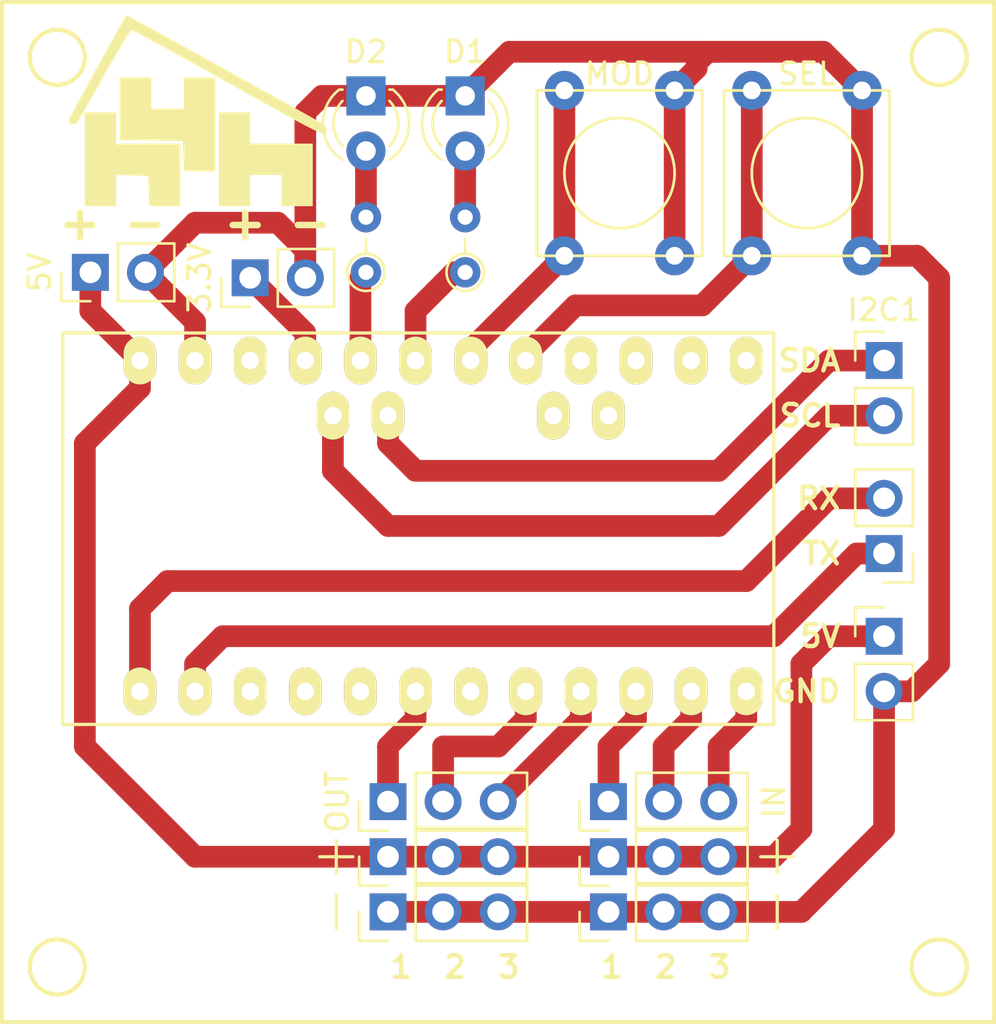
<source format=kicad_pcb>
(kicad_pcb (version 4) (host pcbnew 4.0.4+e1-6308~48~ubuntu14.04.1-stable)

  (general
    (links 51)
    (no_connects 1)
    (area 106.579999 69.749999 152.500001 116.940001)
    (thickness 1.6)
    (drawings 17)
    (tracks 108)
    (zones 0)
    (modules 21)
    (nets 30)
  )

  (page A4)
  (layers
    (0 F.Cu signal)
    (31 B.Cu signal)
    (32 B.Adhes user)
    (33 F.Adhes user)
    (34 B.Paste user)
    (35 F.Paste user)
    (36 B.SilkS user)
    (37 F.SilkS user)
    (38 B.Mask user)
    (39 F.Mask user)
    (40 Dwgs.User user)
    (41 Cmts.User user)
    (42 Eco1.User user)
    (43 Eco2.User user)
    (44 Edge.Cuts user)
    (45 Margin user)
    (46 B.CrtYd user)
    (47 F.CrtYd user)
    (48 B.Fab user)
    (49 F.Fab user hide)
  )

  (setup
    (last_trace_width 1)
    (trace_clearance 0.2)
    (zone_clearance 1)
    (zone_45_only no)
    (trace_min 0.2)
    (segment_width 0.2)
    (edge_width 0.15)
    (via_size 0.6)
    (via_drill 0.4)
    (via_min_size 0.4)
    (via_min_drill 0.3)
    (uvia_size 0.3)
    (uvia_drill 0.1)
    (uvias_allowed no)
    (uvia_min_size 0.2)
    (uvia_min_drill 0.1)
    (pcb_text_width 0.3)
    (pcb_text_size 1.5 1.5)
    (mod_edge_width 0.15)
    (mod_text_size 1 1)
    (mod_text_width 0.15)
    (pad_size 1.8 1.8)
    (pad_drill 0.8128)
    (pad_to_mask_clearance 0.2)
    (aux_axis_origin 0 0)
    (visible_elements FFFFFF7F)
    (pcbplotparams
      (layerselection 0x00030_80000001)
      (usegerberextensions false)
      (excludeedgelayer true)
      (linewidth 0.050000)
      (plotframeref false)
      (viasonmask false)
      (mode 1)
      (useauxorigin false)
      (hpglpennumber 1)
      (hpglpenspeed 20)
      (hpglpendiameter 15)
      (hpglpenoverlay 2)
      (psnegative false)
      (psa4output false)
      (plotreference true)
      (plotvalue true)
      (plotinvisibletext false)
      (padsonsilk false)
      (subtractmaskfromsilk false)
      (outputformat 1)
      (mirror false)
      (drillshape 1)
      (scaleselection 1)
      (outputdirectory ""))
  )

  (net 0 "")
  (net 1 +3V3)
  (net 2 GND)
  (net 3 +5V)
  (net 4 "Net-(IC1-Pad28)")
  (net 5 "Net-(IC1-Pad27)")
  (net 6 "Net-(IC1-Pad1)")
  (net 7 "Net-(IC1-Pad2)")
  (net 8 "Net-(IC1-Pad3)")
  (net 9 "Net-(IC1-Pad5)")
  (net 10 "Net-(IC1-Pad6)")
  (net 11 "Net-(IC1-Pad7)")
  (net 12 "Net-(IC1-Pad8)")
  (net 13 "Net-(IC1-Pad9)")
  (net 14 "Net-(IC1-Pad10)")
  (net 15 "Net-(IC1-Pad11)")
  (net 16 "Net-(IC1-Pad12)")
  (net 17 "Net-(IC1-Pad13)")
  (net 18 "Net-(IC1-Pad14)")
  (net 19 "Net-(IC1-Pad15)")
  (net 20 "Net-(IC1-Pad16)")
  (net 21 "Net-(IC1-Pad22)")
  (net 22 "Net-(D1-Pad2)")
  (net 23 "Net-(D2-Pad2)")
  (net 24 SDA)
  (net 25 SCL)
  (net 26 SW1)
  (net 27 SW2)
  (net 28 LED1)
  (net 29 LED2)

  (net_class Default "This is the default net class."
    (clearance 0.2)
    (trace_width 1)
    (via_dia 0.6)
    (via_drill 0.4)
    (uvia_dia 0.3)
    (uvia_drill 0.1)
    (add_net +3V3)
    (add_net +5V)
    (add_net GND)
    (add_net LED1)
    (add_net LED2)
    (add_net "Net-(D1-Pad2)")
    (add_net "Net-(D2-Pad2)")
    (add_net "Net-(IC1-Pad1)")
    (add_net "Net-(IC1-Pad10)")
    (add_net "Net-(IC1-Pad11)")
    (add_net "Net-(IC1-Pad12)")
    (add_net "Net-(IC1-Pad13)")
    (add_net "Net-(IC1-Pad14)")
    (add_net "Net-(IC1-Pad15)")
    (add_net "Net-(IC1-Pad16)")
    (add_net "Net-(IC1-Pad2)")
    (add_net "Net-(IC1-Pad22)")
    (add_net "Net-(IC1-Pad27)")
    (add_net "Net-(IC1-Pad28)")
    (add_net "Net-(IC1-Pad3)")
    (add_net "Net-(IC1-Pad5)")
    (add_net "Net-(IC1-Pad6)")
    (add_net "Net-(IC1-Pad7)")
    (add_net "Net-(IC1-Pad8)")
    (add_net "Net-(IC1-Pad9)")
    (add_net SCL)
    (add_net SDA)
    (add_net SW1)
    (add_net SW2)
  )

  (module mysensors_arduino:pro_mini (layer F.Cu) (tedit 592C85A4) (tstamp 592C465F)
    (at 127 93.98)
    (descr "IC, ARDUINO_PRO_MINI x 0,6\"")
    (tags "DIL ARDUINO PRO MINI")
    (path /592C57C6)
    (fp_text reference IC1 (at -13.97 10.16) (layer F.SilkS) hide
      (effects (font (size 0.8 0.8) (thickness 0.16)))
    )
    (fp_text value ArduinoProMini (at 0 0) (layer F.Fab) hide
      (effects (font (size 0.8 0.8) (thickness 0.16)))
    )
    (fp_line (start 15.24 9.144) (end 15.24 -8.89) (layer F.SilkS) (width 0.15))
    (fp_line (start -17.526 -8.89) (end -17.526 9.144) (layer F.SilkS) (width 0.15))
    (fp_line (start 15.24 9.144) (end -17.526 9.144) (layer F.SilkS) (width 0.15))
    (fp_line (start -17.526 -8.89) (end 15.24 -8.89) (layer F.SilkS) (width 0.15))
    (pad 28 thru_hole oval (at 5.08 -5.08) (size 1.50114 2.19964) (drill 0.8001) (layers *.Cu *.Mask F.SilkS)
      (net 4 "Net-(IC1-Pad28)"))
    (pad 27 thru_hole oval (at 7.62 -5.08) (size 1.50114 2.19964) (drill 0.8001) (layers *.Cu *.Mask F.SilkS)
      (net 5 "Net-(IC1-Pad27)"))
    (pad 1 thru_hole oval (at -13.97 7.62) (size 1.50114 2.19964) (drill 0.8001) (layers *.Cu *.Mask F.SilkS)
      (net 6 "Net-(IC1-Pad1)"))
    (pad 2 thru_hole oval (at -11.43 7.62) (size 1.50114 2.19964) (drill 0.8001) (layers *.Cu *.Mask F.SilkS)
      (net 7 "Net-(IC1-Pad2)"))
    (pad 3 thru_hole oval (at -8.89 7.62) (size 1.50114 2.19964) (drill 0.8001) (layers *.Cu *.Mask F.SilkS)
      (net 8 "Net-(IC1-Pad3)"))
    (pad 4 thru_hole oval (at -6.35 7.62) (size 1.50114 2.19964) (drill 0.8001) (layers *.Cu *.Mask F.SilkS)
      (net 2 GND))
    (pad 5 thru_hole oval (at -3.81 7.62) (size 1.50114 2.19964) (drill 0.8001) (layers *.Cu *.Mask F.SilkS)
      (net 9 "Net-(IC1-Pad5)"))
    (pad 6 thru_hole oval (at -1.27 7.62) (size 1.50114 2.19964) (drill 0.8001) (layers *.Cu *.Mask F.SilkS)
      (net 10 "Net-(IC1-Pad6)"))
    (pad 7 thru_hole oval (at 1.27 7.62) (size 1.50114 2.19964) (drill 0.8001) (layers *.Cu *.Mask F.SilkS)
      (net 11 "Net-(IC1-Pad7)"))
    (pad 8 thru_hole oval (at 3.81 7.62) (size 1.50114 2.19964) (drill 0.8001) (layers *.Cu *.Mask F.SilkS)
      (net 12 "Net-(IC1-Pad8)"))
    (pad 9 thru_hole oval (at 6.35 7.62) (size 1.50114 2.19964) (drill 0.8001) (layers *.Cu *.Mask F.SilkS)
      (net 13 "Net-(IC1-Pad9)"))
    (pad 10 thru_hole oval (at 8.89 7.62) (size 1.50114 2.19964) (drill 0.8001) (layers *.Cu *.Mask F.SilkS)
      (net 14 "Net-(IC1-Pad10)"))
    (pad 11 thru_hole oval (at 11.43 7.62) (size 1.50114 2.19964) (drill 0.8001) (layers *.Cu *.Mask F.SilkS)
      (net 15 "Net-(IC1-Pad11)"))
    (pad 12 thru_hole oval (at 13.97 7.62) (size 1.50114 2.19964) (drill 0.8001) (layers *.Cu *.Mask F.SilkS)
      (net 16 "Net-(IC1-Pad12)"))
    (pad 13 thru_hole oval (at 13.97 -7.62) (size 1.50114 2.19964) (drill 0.8001) (layers *.Cu *.Mask F.SilkS)
      (net 17 "Net-(IC1-Pad13)"))
    (pad 14 thru_hole oval (at 11.43 -7.62) (size 1.50114 2.19964) (drill 0.8001) (layers *.Cu *.Mask F.SilkS)
      (net 18 "Net-(IC1-Pad14)"))
    (pad 15 thru_hole oval (at 8.89 -7.62) (size 1.50114 2.19964) (drill 0.8001) (layers *.Cu *.Mask F.SilkS)
      (net 19 "Net-(IC1-Pad15)"))
    (pad 16 thru_hole oval (at 6.35 -7.62) (size 1.50114 2.19964) (drill 0.8001) (layers *.Cu *.Mask F.SilkS)
      (net 20 "Net-(IC1-Pad16)"))
    (pad 17 thru_hole oval (at 3.81 -7.62) (size 1.50114 2.19964) (drill 0.8001) (layers *.Cu *.Mask F.SilkS)
      (net 26 SW1))
    (pad 18 thru_hole oval (at 1.27 -7.62) (size 1.50114 2.19964) (drill 0.8001) (layers *.Cu *.Mask F.SilkS)
      (net 27 SW2))
    (pad 19 thru_hole oval (at -1.27 -7.62) (size 1.50114 2.19964) (drill 0.8001) (layers *.Cu *.Mask F.SilkS)
      (net 28 LED1))
    (pad 20 thru_hole oval (at -3.81 -7.62) (size 1.50114 2.19964) (drill 0.8001) (layers *.Cu *.Mask F.SilkS)
      (net 29 LED2))
    (pad 21 thru_hole oval (at -6.35 -7.62) (size 1.50114 2.19964) (drill 0.8001) (layers *.Cu *.Mask F.SilkS)
      (net 1 +3V3))
    (pad 22 thru_hole oval (at -8.89 -7.62) (size 1.50114 2.19964) (drill 0.8001) (layers *.Cu *.Mask F.SilkS)
      (net 21 "Net-(IC1-Pad22)"))
    (pad 23 thru_hole oval (at -11.43 -7.62) (size 1.50114 2.19964) (drill 0.8001) (layers *.Cu *.Mask F.SilkS)
      (net 2 GND))
    (pad 24 thru_hole oval (at -13.97 -7.62) (size 1.50114 2.19964) (drill 0.8001) (layers *.Cu *.Mask F.SilkS)
      (net 3 +5V))
    (pad 25 thru_hole oval (at -2.54 -5.08) (size 1.50114 2.19964) (drill 0.8001) (layers *.Cu *.Mask F.SilkS)
      (net 24 SDA))
    (pad 26 thru_hole oval (at -5.08 -5.08) (size 1.50114 2.19964) (drill 0.8001) (layers *.Cu *.Mask F.SilkS)
      (net 25 SCL))
    (model Socket_Strips.3dshapes/Socket_Strip_Straight_1x02.wrl
      (at (xyz -0.15 0.2 0))
      (scale (xyz 1 1 1))
      (rotate (xyz 0 0 0))
    )
    (model Socket_Strips.3dshapes/Socket_Strip_Straight_1x03.wrl
      (at (xyz 0.55 0.1 0))
      (scale (xyz 1 1 1))
      (rotate (xyz 0 0 90))
    )
    (model Socket_Strips.3dshapes/Socket_Strip_Straight_1x12.wrl
      (at (xyz 0 0.3 0))
      (scale (xyz 1 1 1))
      (rotate (xyz 0 0 0))
    )
    (model Socket_Strips.3dshapes/Socket_Strip_Straight_1x12.wrl
      (at (xyz 0 -0.3 0))
      (scale (xyz 1 1 1))
      (rotate (xyz 0 0 0))
    )
    (model Socket_Strips.3dshapes/Socket_Strip_Straight_1x02.wrl
      (at (xyz 0.25 0.2 0))
      (scale (xyz 1 1 1))
      (rotate (xyz 0 0 0))
    )
    (model ${MYSLOCAL}/mysensors.3dshapes/mysensors_arduino.3dshapes/arduino_pro_mini.wrl
      (at (xyz -0.05 0 0.48))
      (scale (xyz 0.395 0.395 0.395))
      (rotate (xyz 0 0 180))
    )
    (model SMD_Packages.3dshapes/TQFP-32.wrl
      (at (xyz 0.05 0 0.5125))
      (scale (xyz 1 1 1))
      (rotate (xyz 0 0 315))
    )
    (model Pin_Headers.3dshapes/Pin_Header_Straight_1x12.wrl
      (at (xyz 0 -0.3 0.445))
      (scale (xyz 1 1 1))
      (rotate (xyz 0 180 0))
    )
    (model Pin_Headers.3dshapes/Pin_Header_Straight_1x12.wrl
      (at (xyz 0 0.3 0.445))
      (scale (xyz 1 1 1))
      (rotate (xyz 0 180 0))
    )
    (model Pin_Headers.3dshapes/Pin_Header_Straight_1x03.wrl
      (at (xyz 0.55 0.1 0.445))
      (scale (xyz 1 1 1))
      (rotate (xyz 0 180 90))
    )
    (model Pin_Headers.3dshapes/Pin_Header_Straight_1x02.wrl
      (at (xyz 0.25 0.2 0.445))
      (scale (xyz 1 1 1))
      (rotate (xyz 0 180 0))
    )
    (model Pin_Headers.3dshapes/Pin_Header_Straight_1x02.wrl
      (at (xyz -0.15 0.2 0.445))
      (scale (xyz 1 1 1))
      (rotate (xyz 0 180 0))
    )
    (model ${MYSLOCAL}/mysensors.3dshapes/w.lain.3dshapes/smd_leds/led_0603.wrl
      (at (xyz -0.3 0 0.5125))
      (scale (xyz 1 1 1))
      (rotate (xyz 0 0 0))
    )
    (model ${MYSLOCAL}/mysensors.3dshapes/w.lain.3dshapes/smd_leds/led_0603.wrl
      (at (xyz 0.55 -0.175 0.5125))
      (scale (xyz 1 1 1))
      (rotate (xyz 0 0 0))
    )
    (model Pin_Headers.3dshapes/Pin_Header_Angled_1x06.wrl
      (at (xyz -0.65 0 0.5125))
      (scale (xyz 1 1 1))
      (rotate (xyz 0 0 270))
    )
    (model Resistors_SMD.3dshapes/R_0603.wrl
      (at (xyz -0.3 -0.05 0.5125))
      (scale (xyz 1 1 1))
      (rotate (xyz 0 0 0))
    )
    (model Resistors_SMD.3dshapes/R_0603.wrl
      (at (xyz 0.55 -0.125 0.5125))
      (scale (xyz 1 1 1))
      (rotate (xyz 0 0 0))
    )
    (model Capacitors_SMD.3dshapes/C_0603.wrl
      (at (xyz -0.3 0.05 0.5125))
      (scale (xyz 1 1 1))
      (rotate (xyz 0 0 0))
    )
    (model Capacitors_Tantalum_SMD.3dshapes/TantalC_SizeS_EIA-3216.wrl
      (at (xyz -0.35 0.15 0.5125))
      (scale (xyz 1 1 1))
      (rotate (xyz 0 0 0))
    )
    (model Capacitors_Tantalum_SMD.3dshapes/TantalC_SizeS_EIA-3216.wrl
      (at (xyz -0.35 -0.15 0.5125))
      (scale (xyz 1 1 1))
      (rotate (xyz 0 0 0))
    )
    (model TO_SOT_Packages_SMD.3dshapes/SOT-23-5.wrl
      (at (xyz -0.4 0 0.5125))
      (scale (xyz 1 1 1))
      (rotate (xyz 0 0 90))
    )
    (model Capacitors_SMD.3dshapes/C_1210.wrl
      (at (xyz -0.5 0 0.5125))
      (scale (xyz 1 1 1))
      (rotate (xyz 0 0 90))
    )
  )

  (module LEDs:LED_D3.0mm (layer F.Cu) (tedit 592C5473) (tstamp 592C4B69)
    (at 128.016 74.168 270)
    (descr "LED, diameter 3.0mm, 2 pins")
    (tags "LED diameter 3.0mm 2 pins")
    (path /592C6D57)
    (fp_text reference D1 (at -2.032 0 360) (layer F.SilkS)
      (effects (font (size 1 1) (thickness 0.15)))
    )
    (fp_text value LED (at 1.27 2.96 270) (layer F.Fab) hide
      (effects (font (size 1 1) (thickness 0.15)))
    )
    (fp_arc (start 1.27 0) (end -0.23 -1.16619) (angle 284.3) (layer F.Fab) (width 0.1))
    (fp_arc (start 1.27 0) (end -0.29 -1.235516) (angle 108.8) (layer F.SilkS) (width 0.12))
    (fp_arc (start 1.27 0) (end -0.29 1.235516) (angle -108.8) (layer F.SilkS) (width 0.12))
    (fp_arc (start 1.27 0) (end 0.229039 -1.08) (angle 87.9) (layer F.SilkS) (width 0.12))
    (fp_arc (start 1.27 0) (end 0.229039 1.08) (angle -87.9) (layer F.SilkS) (width 0.12))
    (fp_circle (center 1.27 0) (end 2.77 0) (layer F.Fab) (width 0.1))
    (fp_line (start -0.23 -1.16619) (end -0.23 1.16619) (layer F.Fab) (width 0.1))
    (fp_line (start -0.29 -1.236) (end -0.29 -1.08) (layer F.SilkS) (width 0.12))
    (fp_line (start -0.29 1.08) (end -0.29 1.236) (layer F.SilkS) (width 0.12))
    (fp_line (start -1.15 -2.25) (end -1.15 2.25) (layer F.CrtYd) (width 0.05))
    (fp_line (start -1.15 2.25) (end 3.7 2.25) (layer F.CrtYd) (width 0.05))
    (fp_line (start 3.7 2.25) (end 3.7 -2.25) (layer F.CrtYd) (width 0.05))
    (fp_line (start 3.7 -2.25) (end -1.15 -2.25) (layer F.CrtYd) (width 0.05))
    (pad 1 thru_hole rect (at 0 0 270) (size 1.8 1.8) (drill 0.9) (layers *.Cu *.Mask)
      (net 2 GND))
    (pad 2 thru_hole circle (at 2.54 0 270) (size 1.8 1.8) (drill 0.9) (layers *.Cu *.Mask)
      (net 22 "Net-(D1-Pad2)"))
    (model LEDs.3dshapes/LED_D3.0mm.wrl
      (at (xyz 0 0 0))
      (scale (xyz 0.393701 0.393701 0.393701))
      (rotate (xyz 0 0 0))
    )
  )

  (module LEDs:LED_D3.0mm (layer F.Cu) (tedit 592C546C) (tstamp 592C4B6F)
    (at 123.444 74.168 270)
    (descr "LED, diameter 3.0mm, 2 pins")
    (tags "LED diameter 3.0mm 2 pins")
    (path /592C6DA0)
    (fp_text reference D2 (at -2.032 0 360) (layer F.SilkS)
      (effects (font (size 1 1) (thickness 0.15)))
    )
    (fp_text value LED (at 1.27 2.96 270) (layer F.Fab) hide
      (effects (font (size 1 1) (thickness 0.15)))
    )
    (fp_arc (start 1.27 0) (end -0.23 -1.16619) (angle 284.3) (layer F.Fab) (width 0.1))
    (fp_arc (start 1.27 0) (end -0.29 -1.235516) (angle 108.8) (layer F.SilkS) (width 0.12))
    (fp_arc (start 1.27 0) (end -0.29 1.235516) (angle -108.8) (layer F.SilkS) (width 0.12))
    (fp_arc (start 1.27 0) (end 0.229039 -1.08) (angle 87.9) (layer F.SilkS) (width 0.12))
    (fp_arc (start 1.27 0) (end 0.229039 1.08) (angle -87.9) (layer F.SilkS) (width 0.12))
    (fp_circle (center 1.27 0) (end 2.77 0) (layer F.Fab) (width 0.1))
    (fp_line (start -0.23 -1.16619) (end -0.23 1.16619) (layer F.Fab) (width 0.1))
    (fp_line (start -0.29 -1.236) (end -0.29 -1.08) (layer F.SilkS) (width 0.12))
    (fp_line (start -0.29 1.08) (end -0.29 1.236) (layer F.SilkS) (width 0.12))
    (fp_line (start -1.15 -2.25) (end -1.15 2.25) (layer F.CrtYd) (width 0.05))
    (fp_line (start -1.15 2.25) (end 3.7 2.25) (layer F.CrtYd) (width 0.05))
    (fp_line (start 3.7 2.25) (end 3.7 -2.25) (layer F.CrtYd) (width 0.05))
    (fp_line (start 3.7 -2.25) (end -1.15 -2.25) (layer F.CrtYd) (width 0.05))
    (pad 1 thru_hole rect (at 0 0 270) (size 1.8 1.8) (drill 0.9) (layers *.Cu *.Mask)
      (net 2 GND))
    (pad 2 thru_hole circle (at 2.54 0 270) (size 1.8 1.8) (drill 0.9) (layers *.Cu *.Mask)
      (net 23 "Net-(D2-Pad2)"))
    (model LEDs.3dshapes/LED_D3.0mm.wrl
      (at (xyz 0 0 0))
      (scale (xyz 0.393701 0.393701 0.393701))
      (rotate (xyz 0 0 0))
    )
  )

  (module Resistors_ThroughHole:R_Axial_DIN0204_L3.6mm_D1.6mm_P2.54mm_Vertical (layer F.Cu) (tedit 592C549B) (tstamp 592C4B75)
    (at 128.016 82.296 90)
    (descr "Resistor, Axial_DIN0204 series, Axial, Vertical, pin pitch=2.54mm, 0.16666666666666666W = 1/6W, length*diameter=3.6*1.6mm^2, http://cdn-reichelt.de/documents/datenblatt/B400/1_4W%23YAG.pdf")
    (tags "Resistor Axial_DIN0204 series Axial Vertical pin pitch 2.54mm 0.16666666666666666W = 1/6W length 3.6mm diameter 1.6mm")
    (path /592C6DDA)
    (fp_text reference R1 (at 1.27 -1.86 90) (layer F.SilkS) hide
      (effects (font (size 1 1) (thickness 0.15)))
    )
    (fp_text value R (at 1.27 1.86 90) (layer F.Fab) hide
      (effects (font (size 1 1) (thickness 0.15)))
    )
    (fp_circle (center 0 0) (end 0.8 0) (layer F.Fab) (width 0.1))
    (fp_circle (center 0 0) (end 0.86 0) (layer F.SilkS) (width 0.12))
    (fp_line (start 0 0) (end 2.54 0) (layer F.Fab) (width 0.1))
    (fp_line (start 0.86 0) (end 1.54 0) (layer F.SilkS) (width 0.12))
    (fp_line (start -1.15 -1.15) (end -1.15 1.15) (layer F.CrtYd) (width 0.05))
    (fp_line (start -1.15 1.15) (end 3.55 1.15) (layer F.CrtYd) (width 0.05))
    (fp_line (start 3.55 1.15) (end 3.55 -1.15) (layer F.CrtYd) (width 0.05))
    (fp_line (start 3.55 -1.15) (end -1.15 -1.15) (layer F.CrtYd) (width 0.05))
    (pad 1 thru_hole circle (at 0 0 90) (size 1.4 1.4) (drill 0.7) (layers *.Cu *.Mask)
      (net 28 LED1))
    (pad 2 thru_hole oval (at 2.54 0 90) (size 1.4 1.4) (drill 0.7) (layers *.Cu *.Mask)
      (net 22 "Net-(D1-Pad2)"))
    (model Resistors_THT.3dshapes/R_Axial_DIN0204_L3.6mm_D1.6mm_P2.54mm_Vertical.wrl
      (at (xyz 0 0 0))
      (scale (xyz 0.393701 0.393701 0.393701))
      (rotate (xyz 0 0 0))
    )
  )

  (module Resistors_ThroughHole:R_Axial_DIN0204_L3.6mm_D1.6mm_P2.54mm_Vertical (layer F.Cu) (tedit 592C5498) (tstamp 592C4B7B)
    (at 123.444 82.296 90)
    (descr "Resistor, Axial_DIN0204 series, Axial, Vertical, pin pitch=2.54mm, 0.16666666666666666W = 1/6W, length*diameter=3.6*1.6mm^2, http://cdn-reichelt.de/documents/datenblatt/B400/1_4W%23YAG.pdf")
    (tags "Resistor Axial_DIN0204 series Axial Vertical pin pitch 2.54mm 0.16666666666666666W = 1/6W length 3.6mm diameter 1.6mm")
    (path /592C6EF7)
    (fp_text reference R2 (at 1.27 -1.86 90) (layer F.SilkS) hide
      (effects (font (size 1 1) (thickness 0.15)))
    )
    (fp_text value R (at 1.27 1.86 90) (layer F.Fab) hide
      (effects (font (size 1 1) (thickness 0.15)))
    )
    (fp_circle (center 0 0) (end 0.8 0) (layer F.Fab) (width 0.1))
    (fp_circle (center 0 0) (end 0.86 0) (layer F.SilkS) (width 0.12))
    (fp_line (start 0 0) (end 2.54 0) (layer F.Fab) (width 0.1))
    (fp_line (start 0.86 0) (end 1.54 0) (layer F.SilkS) (width 0.12))
    (fp_line (start -1.15 -1.15) (end -1.15 1.15) (layer F.CrtYd) (width 0.05))
    (fp_line (start -1.15 1.15) (end 3.55 1.15) (layer F.CrtYd) (width 0.05))
    (fp_line (start 3.55 1.15) (end 3.55 -1.15) (layer F.CrtYd) (width 0.05))
    (fp_line (start 3.55 -1.15) (end -1.15 -1.15) (layer F.CrtYd) (width 0.05))
    (pad 1 thru_hole circle (at 0 0 90) (size 1.4 1.4) (drill 0.7) (layers *.Cu *.Mask)
      (net 29 LED2))
    (pad 2 thru_hole oval (at 2.54 0 90) (size 1.4 1.4) (drill 0.7) (layers *.Cu *.Mask)
      (net 23 "Net-(D2-Pad2)"))
    (model Resistors_THT.3dshapes/R_Axial_DIN0204_L3.6mm_D1.6mm_P2.54mm_Vertical.wrl
      (at (xyz 0 0 0))
      (scale (xyz 0.393701 0.393701 0.393701))
      (rotate (xyz 0 0 0))
    )
  )

  (module Buttons_Switches_ThroughHole:SW_PUSH_SMALL (layer F.Cu) (tedit 592C8505) (tstamp 592C4B83)
    (at 143.764 77.724 90)
    (path /592C68CF)
    (fp_text reference SEL (at 4.572 0 180) (layer F.SilkS)
      (effects (font (size 1 1) (thickness 0.15)))
    )
    (fp_text value SW_PUSH (at 0 1.016 90) (layer F.Fab) hide
      (effects (font (size 1 1) (thickness 0.15)))
    )
    (fp_circle (center 0 0) (end 0 -2.54) (layer F.SilkS) (width 0.12))
    (fp_line (start -3.81 -3.81) (end 3.81 -3.81) (layer F.SilkS) (width 0.12))
    (fp_line (start 3.81 -3.81) (end 3.81 3.81) (layer F.SilkS) (width 0.12))
    (fp_line (start 3.81 3.81) (end -3.81 3.81) (layer F.SilkS) (width 0.12))
    (fp_line (start -3.81 -3.81) (end -3.81 3.81) (layer F.SilkS) (width 0.12))
    (pad 1 thru_hole circle (at 3.81 -2.54 90) (size 1.8 1.8) (drill 0.8128) (layers *.Cu *.Mask)
      (net 26 SW1))
    (pad 2 thru_hole circle (at 3.81 2.54 90) (size 1.8 1.8) (drill 0.8128) (layers *.Cu *.Mask)
      (net 2 GND))
    (pad 1 thru_hole circle (at -3.81 -2.54 90) (size 1.8 1.8) (drill 0.8128) (layers *.Cu *.Mask)
      (net 26 SW1))
    (pad 2 thru_hole circle (at -3.81 2.54 90) (size 1.8 1.8) (drill 0.8128) (layers *.Cu *.Mask)
      (net 2 GND))
  )

  (module Buttons_Switches_ThroughHole:SW_PUSH_SMALL (layer F.Cu) (tedit 592C8532) (tstamp 592C4B8B)
    (at 135.128 77.724 90)
    (path /592C6AB1)
    (fp_text reference MOD (at 4.572 0 180) (layer F.SilkS)
      (effects (font (size 1 1) (thickness 0.15)))
    )
    (fp_text value SW_PUSH (at 0 1.016 90) (layer F.Fab) hide
      (effects (font (size 1 1) (thickness 0.15)))
    )
    (fp_circle (center 0 0) (end 0 -2.54) (layer F.SilkS) (width 0.12))
    (fp_line (start -3.81 -3.81) (end 3.81 -3.81) (layer F.SilkS) (width 0.12))
    (fp_line (start 3.81 -3.81) (end 3.81 3.81) (layer F.SilkS) (width 0.12))
    (fp_line (start 3.81 3.81) (end -3.81 3.81) (layer F.SilkS) (width 0.12))
    (fp_line (start -3.81 -3.81) (end -3.81 3.81) (layer F.SilkS) (width 0.12))
    (pad 1 thru_hole circle (at 3.81 -2.54 90) (size 1.8 1.8) (drill 0.8128) (layers *.Cu *.Mask)
      (net 27 SW2))
    (pad 2 thru_hole circle (at 3.81 2.54 90) (size 1.8 1.8) (drill 0.8128) (layers *.Cu *.Mask)
      (net 2 GND))
    (pad 1 thru_hole circle (at -3.81 -2.54 90) (size 1.8 1.8) (drill 0.8128) (layers *.Cu *.Mask)
      (net 27 SW2))
    (pad 2 thru_hole circle (at -3.81 2.54 90) (size 1.8 1.8) (drill 0.8128) (layers *.Cu *.Mask)
      (net 2 GND))
  )

  (module Pin_Headers:Pin_Header_Straight_1x02_Pitch2.54mm (layer F.Cu) (tedit 592C6DAB) (tstamp 592C56C8)
    (at 118.11 82.55 90)
    (descr "Through hole straight pin header, 1x02, 2.54mm pitch, single row")
    (tags "Through hole pin header THT 1x02 2.54mm single row")
    (path /592C49B2)
    (fp_text reference 3.3V (at 0 -2.33 90) (layer F.SilkS)
      (effects (font (size 1 1) (thickness 0.15)))
    )
    (fp_text value CONN_01X02 (at 0 4.87 90) (layer F.Fab) hide
      (effects (font (size 1 1) (thickness 0.15)))
    )
    (fp_line (start -1.27 -1.27) (end -1.27 3.81) (layer F.Fab) (width 0.1))
    (fp_line (start -1.27 3.81) (end 1.27 3.81) (layer F.Fab) (width 0.1))
    (fp_line (start 1.27 3.81) (end 1.27 -1.27) (layer F.Fab) (width 0.1))
    (fp_line (start 1.27 -1.27) (end -1.27 -1.27) (layer F.Fab) (width 0.1))
    (fp_line (start -1.33 1.27) (end -1.33 3.87) (layer F.SilkS) (width 0.12))
    (fp_line (start -1.33 3.87) (end 1.33 3.87) (layer F.SilkS) (width 0.12))
    (fp_line (start 1.33 3.87) (end 1.33 1.27) (layer F.SilkS) (width 0.12))
    (fp_line (start 1.33 1.27) (end -1.33 1.27) (layer F.SilkS) (width 0.12))
    (fp_line (start -1.33 0) (end -1.33 -1.33) (layer F.SilkS) (width 0.12))
    (fp_line (start -1.33 -1.33) (end 0 -1.33) (layer F.SilkS) (width 0.12))
    (fp_line (start -1.8 -1.8) (end -1.8 4.35) (layer F.CrtYd) (width 0.05))
    (fp_line (start -1.8 4.35) (end 1.8 4.35) (layer F.CrtYd) (width 0.05))
    (fp_line (start 1.8 4.35) (end 1.8 -1.8) (layer F.CrtYd) (width 0.05))
    (fp_line (start 1.8 -1.8) (end -1.8 -1.8) (layer F.CrtYd) (width 0.05))
    (fp_text user %R (at 0 -2.33 90) (layer F.Fab)
      (effects (font (size 1 1) (thickness 0.15)))
    )
    (pad 1 thru_hole rect (at 0 0 90) (size 1.7 1.7) (drill 1) (layers *.Cu *.Mask)
      (net 1 +3V3))
    (pad 2 thru_hole oval (at 0 2.54 90) (size 1.7 1.7) (drill 1) (layers *.Cu *.Mask)
      (net 2 GND))
    (model ${KISYS3DMOD}/Pin_Headers.3dshapes/Pin_Header_Straight_1x02_Pitch2.54mm.wrl
      (at (xyz 0 -0.05 0))
      (scale (xyz 1 1 1))
      (rotate (xyz 0 0 90))
    )
  )

  (module Pin_Headers:Pin_Header_Straight_1x02_Pitch2.54mm (layer F.Cu) (tedit 592C6D78) (tstamp 592C56DE)
    (at 110.744 82.296 90)
    (descr "Through hole straight pin header, 1x02, 2.54mm pitch, single row")
    (tags "Through hole pin header THT 1x02 2.54mm single row")
    (path /592C41AC)
    (fp_text reference 5V (at 0 -2.33 90) (layer F.SilkS)
      (effects (font (size 1 1) (thickness 0.15)))
    )
    (fp_text value CONN_01X02 (at 0 4.87 90) (layer F.Fab) hide
      (effects (font (size 1 1) (thickness 0.15)))
    )
    (fp_line (start -1.27 -1.27) (end -1.27 3.81) (layer F.Fab) (width 0.1))
    (fp_line (start -1.27 3.81) (end 1.27 3.81) (layer F.Fab) (width 0.1))
    (fp_line (start 1.27 3.81) (end 1.27 -1.27) (layer F.Fab) (width 0.1))
    (fp_line (start 1.27 -1.27) (end -1.27 -1.27) (layer F.Fab) (width 0.1))
    (fp_line (start -1.33 1.27) (end -1.33 3.87) (layer F.SilkS) (width 0.12))
    (fp_line (start -1.33 3.87) (end 1.33 3.87) (layer F.SilkS) (width 0.12))
    (fp_line (start 1.33 3.87) (end 1.33 1.27) (layer F.SilkS) (width 0.12))
    (fp_line (start 1.33 1.27) (end -1.33 1.27) (layer F.SilkS) (width 0.12))
    (fp_line (start -1.33 0) (end -1.33 -1.33) (layer F.SilkS) (width 0.12))
    (fp_line (start -1.33 -1.33) (end 0 -1.33) (layer F.SilkS) (width 0.12))
    (fp_line (start -1.8 -1.8) (end -1.8 4.35) (layer F.CrtYd) (width 0.05))
    (fp_line (start -1.8 4.35) (end 1.8 4.35) (layer F.CrtYd) (width 0.05))
    (fp_line (start 1.8 4.35) (end 1.8 -1.8) (layer F.CrtYd) (width 0.05))
    (fp_line (start 1.8 -1.8) (end -1.8 -1.8) (layer F.CrtYd) (width 0.05))
    (fp_text user %R (at 0 -2.33 90) (layer F.Fab)
      (effects (font (size 1 1) (thickness 0.15)))
    )
    (pad 1 thru_hole rect (at 0 0 90) (size 1.7 1.7) (drill 1) (layers *.Cu *.Mask)
      (net 3 +5V))
    (pad 2 thru_hole oval (at 0 2.54 90) (size 1.7 1.7) (drill 1) (layers *.Cu *.Mask)
      (net 2 GND))
    (model ${KISYS3DMOD}/Pin_Headers.3dshapes/Pin_Header_Straight_1x02_Pitch2.54mm.wrl
      (at (xyz 0 -0.05 0))
      (scale (xyz 1 1 1))
      (rotate (xyz 0 0 90))
    )
  )

  (module Buttons_Switches_ThroughHole:SW_PUSH_SMALL (layer F.Cu) (tedit 592C6DC5) (tstamp 592C56F6)
    (at 143.764 77.724 90)
    (path /592C68CF)
    (fp_text reference SW1 (at 0 -0.762 90) (layer F.SilkS) hide
      (effects (font (size 1 1) (thickness 0.15)))
    )
    (fp_text value SW_PUSH (at 0 1.016 90) (layer F.Fab) hide
      (effects (font (size 1 1) (thickness 0.15)))
    )
    (fp_circle (center 0 0) (end 0 -2.54) (layer F.SilkS) (width 0.12))
    (fp_line (start -3.81 -3.81) (end 3.81 -3.81) (layer F.SilkS) (width 0.12))
    (fp_line (start 3.81 -3.81) (end 3.81 3.81) (layer F.SilkS) (width 0.12))
    (fp_line (start 3.81 3.81) (end -3.81 3.81) (layer F.SilkS) (width 0.12))
    (fp_line (start -3.81 -3.81) (end -3.81 3.81) (layer F.SilkS) (width 0.12))
    (pad 1 thru_hole circle (at 3.81 -2.54 90) (size 1.397 1.397) (drill 0.8128) (layers *.Cu *.Mask)
      (net 26 SW1))
    (pad 2 thru_hole circle (at 3.81 2.54 90) (size 1.397 1.397) (drill 0.8128) (layers *.Cu *.Mask)
      (net 2 GND))
    (pad 1 thru_hole circle (at -3.81 -2.54 90) (size 1.397 1.397) (drill 0.8128) (layers *.Cu *.Mask)
      (net 26 SW1))
    (pad 2 thru_hole circle (at -3.81 2.54 90) (size 1.397 1.397) (drill 0.8128) (layers *.Cu *.Mask)
      (net 2 GND))
  )

  (module Buttons_Switches_ThroughHole:SW_PUSH_SMALL (layer F.Cu) (tedit 592C6DC0) (tstamp 592C56FE)
    (at 135.128 77.724 90)
    (path /592C6AB1)
    (fp_text reference SW2 (at 0 -0.762 90) (layer F.SilkS) hide
      (effects (font (size 1 1) (thickness 0.15)))
    )
    (fp_text value SW_PUSH (at 0 1.016 90) (layer F.Fab) hide
      (effects (font (size 1 1) (thickness 0.15)))
    )
    (fp_circle (center 0 0) (end 0 -2.54) (layer F.SilkS) (width 0.12))
    (fp_line (start -3.81 -3.81) (end 3.81 -3.81) (layer F.SilkS) (width 0.12))
    (fp_line (start 3.81 -3.81) (end 3.81 3.81) (layer F.SilkS) (width 0.12))
    (fp_line (start 3.81 3.81) (end -3.81 3.81) (layer F.SilkS) (width 0.12))
    (fp_line (start -3.81 -3.81) (end -3.81 3.81) (layer F.SilkS) (width 0.12))
    (pad 1 thru_hole circle (at 3.81 -2.54 90) (size 1.397 1.397) (drill 0.8128) (layers *.Cu *.Mask)
      (net 27 SW2))
    (pad 2 thru_hole circle (at 3.81 2.54 90) (size 1.397 1.397) (drill 0.8128) (layers *.Cu *.Mask)
      (net 2 GND))
    (pad 1 thru_hole circle (at -3.81 -2.54 90) (size 1.397 1.397) (drill 0.8128) (layers *.Cu *.Mask)
      (net 27 SW2))
    (pad 2 thru_hole circle (at -3.81 2.54 90) (size 1.397 1.397) (drill 0.8128) (layers *.Cu *.Mask)
      (net 2 GND))
  )

  (module Pin_Headers:Pin_Header_Straight_1x02_Pitch2.54mm (layer F.Cu) (tedit 592D0D15) (tstamp 592C5704)
    (at 147.32 95.25 180)
    (descr "Through hole straight pin header, 1x02, 2.54mm pitch, single row")
    (tags "Through hole pin header THT 1x02 2.54mm single row")
    (path /592C5E50)
    (fp_text reference RX (at 3.81 0 180) (layer F.SilkS) hide
      (effects (font (size 1 1) (thickness 0.15)))
    )
    (fp_text value CONN_01X02 (at 0 4.87 180) (layer F.Fab) hide
      (effects (font (size 1 1) (thickness 0.15)))
    )
    (fp_line (start -1.27 -1.27) (end -1.27 3.81) (layer F.Fab) (width 0.1))
    (fp_line (start -1.27 3.81) (end 1.27 3.81) (layer F.Fab) (width 0.1))
    (fp_line (start 1.27 3.81) (end 1.27 -1.27) (layer F.Fab) (width 0.1))
    (fp_line (start 1.27 -1.27) (end -1.27 -1.27) (layer F.Fab) (width 0.1))
    (fp_line (start -1.33 1.27) (end -1.33 3.87) (layer F.SilkS) (width 0.12))
    (fp_line (start -1.33 3.87) (end 1.33 3.87) (layer F.SilkS) (width 0.12))
    (fp_line (start 1.33 3.87) (end 1.33 1.27) (layer F.SilkS) (width 0.12))
    (fp_line (start 1.33 1.27) (end -1.33 1.27) (layer F.SilkS) (width 0.12))
    (fp_line (start -1.33 0) (end -1.33 -1.33) (layer F.SilkS) (width 0.12))
    (fp_line (start -1.33 -1.33) (end 0 -1.33) (layer F.SilkS) (width 0.12))
    (fp_line (start -1.8 -1.8) (end -1.8 4.35) (layer F.CrtYd) (width 0.05))
    (fp_line (start -1.8 4.35) (end 1.8 4.35) (layer F.CrtYd) (width 0.05))
    (fp_line (start 1.8 4.35) (end 1.8 -1.8) (layer F.CrtYd) (width 0.05))
    (fp_line (start 1.8 -1.8) (end -1.8 -1.8) (layer F.CrtYd) (width 0.05))
    (fp_text user %R (at 0 -2.33 180) (layer F.Fab)
      (effects (font (size 1 1) (thickness 0.15)))
    )
    (pad 1 thru_hole rect (at 0 0 180) (size 1.7 1.7) (drill 1) (layers *.Cu *.Mask)
      (net 7 "Net-(IC1-Pad2)"))
    (pad 2 thru_hole oval (at 0 2.54 180) (size 1.7 1.7) (drill 1) (layers *.Cu *.Mask)
      (net 6 "Net-(IC1-Pad1)"))
    (model ${KISYS3DMOD}/Pin_Headers.3dshapes/Pin_Header_Straight_1x02_Pitch2.54mm.wrl
      (at (xyz 0 -0.05 0))
      (scale (xyz 1 1 1))
      (rotate (xyz 0 0 90))
    )
  )

  (module Pin_Headers:Pin_Header_Straight_1x03_Pitch2.54mm (layer F.Cu) (tedit 592C86B1) (tstamp 592C590B)
    (at 134.62 106.68 90)
    (descr "Through hole straight pin header, 1x03, 2.54mm pitch, single row")
    (tags "Through hole pin header THT 1x03 2.54mm single row")
    (path /592C65C3)
    (fp_text reference IN (at 0 7.62 90) (layer F.SilkS)
      (effects (font (size 1 1) (thickness 0.15)))
    )
    (fp_text value CONN_01X03 (at 0 7.41 90) (layer F.Fab) hide
      (effects (font (size 1 1) (thickness 0.15)))
    )
    (fp_line (start -1.27 -1.27) (end -1.27 6.35) (layer F.Fab) (width 0.1))
    (fp_line (start -1.27 6.35) (end 1.27 6.35) (layer F.Fab) (width 0.1))
    (fp_line (start 1.27 6.35) (end 1.27 -1.27) (layer F.Fab) (width 0.1))
    (fp_line (start 1.27 -1.27) (end -1.27 -1.27) (layer F.Fab) (width 0.1))
    (fp_line (start -1.33 1.27) (end -1.33 6.41) (layer F.SilkS) (width 0.12))
    (fp_line (start -1.33 6.41) (end 1.33 6.41) (layer F.SilkS) (width 0.12))
    (fp_line (start 1.33 6.41) (end 1.33 1.27) (layer F.SilkS) (width 0.12))
    (fp_line (start 1.33 1.27) (end -1.33 1.27) (layer F.SilkS) (width 0.12))
    (fp_line (start -1.33 0) (end -1.33 -1.33) (layer F.SilkS) (width 0.12))
    (fp_line (start -1.33 -1.33) (end 0 -1.33) (layer F.SilkS) (width 0.12))
    (fp_line (start -1.8 -1.8) (end -1.8 6.85) (layer F.CrtYd) (width 0.05))
    (fp_line (start -1.8 6.85) (end 1.8 6.85) (layer F.CrtYd) (width 0.05))
    (fp_line (start 1.8 6.85) (end 1.8 -1.8) (layer F.CrtYd) (width 0.05))
    (fp_line (start 1.8 -1.8) (end -1.8 -1.8) (layer F.CrtYd) (width 0.05))
    (fp_text user %R (at 0 -2.33 90) (layer F.Fab)
      (effects (font (size 1 1) (thickness 0.15)))
    )
    (pad 1 thru_hole rect (at 0 0 90) (size 1.7 1.7) (drill 1) (layers *.Cu *.Mask)
      (net 14 "Net-(IC1-Pad10)"))
    (pad 2 thru_hole oval (at 0 2.54 90) (size 1.7 1.7) (drill 1) (layers *.Cu *.Mask)
      (net 15 "Net-(IC1-Pad11)"))
    (pad 3 thru_hole oval (at 0 5.08 90) (size 1.7 1.7) (drill 1) (layers *.Cu *.Mask)
      (net 16 "Net-(IC1-Pad12)"))
    (model ${KISYS3DMOD}/Pin_Headers.3dshapes/Pin_Header_Straight_1x03_Pitch2.54mm.wrl
      (at (xyz 0 -0.1 0))
      (scale (xyz 1 1 1))
      (rotate (xyz 0 0 90))
    )
  )

  (module Pin_Headers:Pin_Header_Straight_1x03_Pitch2.54mm (layer F.Cu) (tedit 592C6D0B) (tstamp 592C5912)
    (at 124.46 106.68 90)
    (descr "Through hole straight pin header, 1x03, 2.54mm pitch, single row")
    (tags "Through hole pin header THT 1x03 2.54mm single row")
    (path /592C64BF)
    (fp_text reference OUT (at 0 -2.33 90) (layer F.SilkS)
      (effects (font (size 1 1) (thickness 0.15)))
    )
    (fp_text value CONN_01X03 (at 0 7.41 90) (layer F.Fab) hide
      (effects (font (size 1 1) (thickness 0.15)))
    )
    (fp_line (start -1.27 -1.27) (end -1.27 6.35) (layer F.Fab) (width 0.1))
    (fp_line (start -1.27 6.35) (end 1.27 6.35) (layer F.Fab) (width 0.1))
    (fp_line (start 1.27 6.35) (end 1.27 -1.27) (layer F.Fab) (width 0.1))
    (fp_line (start 1.27 -1.27) (end -1.27 -1.27) (layer F.Fab) (width 0.1))
    (fp_line (start -1.33 1.27) (end -1.33 6.41) (layer F.SilkS) (width 0.12))
    (fp_line (start -1.33 6.41) (end 1.33 6.41) (layer F.SilkS) (width 0.12))
    (fp_line (start 1.33 6.41) (end 1.33 1.27) (layer F.SilkS) (width 0.12))
    (fp_line (start 1.33 1.27) (end -1.33 1.27) (layer F.SilkS) (width 0.12))
    (fp_line (start -1.33 0) (end -1.33 -1.33) (layer F.SilkS) (width 0.12))
    (fp_line (start -1.33 -1.33) (end 0 -1.33) (layer F.SilkS) (width 0.12))
    (fp_line (start -1.8 -1.8) (end -1.8 6.85) (layer F.CrtYd) (width 0.05))
    (fp_line (start -1.8 6.85) (end 1.8 6.85) (layer F.CrtYd) (width 0.05))
    (fp_line (start 1.8 6.85) (end 1.8 -1.8) (layer F.CrtYd) (width 0.05))
    (fp_line (start 1.8 -1.8) (end -1.8 -1.8) (layer F.CrtYd) (width 0.05))
    (fp_text user %R (at 0 -2.33 90) (layer F.Fab)
      (effects (font (size 1 1) (thickness 0.15)))
    )
    (pad 1 thru_hole rect (at 0 0 90) (size 1.7 1.7) (drill 1) (layers *.Cu *.Mask)
      (net 10 "Net-(IC1-Pad6)"))
    (pad 2 thru_hole oval (at 0 2.54 90) (size 1.7 1.7) (drill 1) (layers *.Cu *.Mask)
      (net 12 "Net-(IC1-Pad8)"))
    (pad 3 thru_hole oval (at 0 5.08 90) (size 1.7 1.7) (drill 1) (layers *.Cu *.Mask)
      (net 13 "Net-(IC1-Pad9)"))
    (model ${KISYS3DMOD}/Pin_Headers.3dshapes/Pin_Header_Straight_1x03_Pitch2.54mm.wrl
      (at (xyz 0 -0.1 0))
      (scale (xyz 1 1 1))
      (rotate (xyz 0 0 90))
    )
  )

  (module Pin_Headers:Pin_Header_Straight_1x03_Pitch2.54mm (layer F.Cu) (tedit 592C8683) (tstamp 592C59A9)
    (at 124.46 109.22 90)
    (descr "Through hole straight pin header, 1x03, 2.54mm pitch, single row")
    (tags "Through hole pin header THT 1x03 2.54mm single row")
    (path /592C40F1)
    (fp_text reference + (at 0 -2.54 90) (layer F.SilkS)
      (effects (font (size 2 2) (thickness 0.15)))
    )
    (fp_text value CONN_01X03 (at 0 7.41 90) (layer F.Fab) hide
      (effects (font (size 1 1) (thickness 0.15)))
    )
    (fp_line (start -1.27 -1.27) (end -1.27 6.35) (layer F.Fab) (width 0.1))
    (fp_line (start -1.27 6.35) (end 1.27 6.35) (layer F.Fab) (width 0.1))
    (fp_line (start 1.27 6.35) (end 1.27 -1.27) (layer F.Fab) (width 0.1))
    (fp_line (start 1.27 -1.27) (end -1.27 -1.27) (layer F.Fab) (width 0.1))
    (fp_line (start -1.33 1.27) (end -1.33 6.41) (layer F.SilkS) (width 0.12))
    (fp_line (start -1.33 6.41) (end 1.33 6.41) (layer F.SilkS) (width 0.12))
    (fp_line (start 1.33 6.41) (end 1.33 1.27) (layer F.SilkS) (width 0.12))
    (fp_line (start 1.33 1.27) (end -1.33 1.27) (layer F.SilkS) (width 0.12))
    (fp_line (start -1.33 0) (end -1.33 -1.33) (layer F.SilkS) (width 0.12))
    (fp_line (start -1.33 -1.33) (end 0 -1.33) (layer F.SilkS) (width 0.12))
    (fp_line (start -1.8 -1.8) (end -1.8 6.85) (layer F.CrtYd) (width 0.05))
    (fp_line (start -1.8 6.85) (end 1.8 6.85) (layer F.CrtYd) (width 0.05))
    (fp_line (start 1.8 6.85) (end 1.8 -1.8) (layer F.CrtYd) (width 0.05))
    (fp_line (start 1.8 -1.8) (end -1.8 -1.8) (layer F.CrtYd) (width 0.05))
    (fp_text user %R (at 0 -2.33 90) (layer F.Fab)
      (effects (font (size 1 1) (thickness 0.15)))
    )
    (pad 1 thru_hole rect (at 0 0 90) (size 1.7 1.7) (drill 1) (layers *.Cu *.Mask)
      (net 3 +5V))
    (pad 2 thru_hole oval (at 0 2.54 90) (size 1.7 1.7) (drill 1) (layers *.Cu *.Mask)
      (net 3 +5V))
    (pad 3 thru_hole oval (at 0 5.08 90) (size 1.7 1.7) (drill 1) (layers *.Cu *.Mask)
      (net 3 +5V))
    (model ${KISYS3DMOD}/Pin_Headers.3dshapes/Pin_Header_Straight_1x03_Pitch2.54mm.wrl
      (at (xyz 0 -0.1 0))
      (scale (xyz 1 1 1))
      (rotate (xyz 0 0 90))
    )
  )

  (module Pin_Headers:Pin_Header_Straight_1x03_Pitch2.54mm (layer F.Cu) (tedit 592C86B7) (tstamp 592C59B0)
    (at 134.62 109.22 90)
    (descr "Through hole straight pin header, 1x03, 2.54mm pitch, single row")
    (tags "Through hole pin header THT 1x03 2.54mm single row")
    (path /592C45E9)
    (fp_text reference + (at 0 7.62 90) (layer F.SilkS)
      (effects (font (size 2 2) (thickness 0.15)))
    )
    (fp_text value CONN_01X03 (at 0 7.41 90) (layer F.Fab) hide
      (effects (font (size 1 1) (thickness 0.15)))
    )
    (fp_line (start -1.27 -1.27) (end -1.27 6.35) (layer F.Fab) (width 0.1))
    (fp_line (start -1.27 6.35) (end 1.27 6.35) (layer F.Fab) (width 0.1))
    (fp_line (start 1.27 6.35) (end 1.27 -1.27) (layer F.Fab) (width 0.1))
    (fp_line (start 1.27 -1.27) (end -1.27 -1.27) (layer F.Fab) (width 0.1))
    (fp_line (start -1.33 1.27) (end -1.33 6.41) (layer F.SilkS) (width 0.12))
    (fp_line (start -1.33 6.41) (end 1.33 6.41) (layer F.SilkS) (width 0.12))
    (fp_line (start 1.33 6.41) (end 1.33 1.27) (layer F.SilkS) (width 0.12))
    (fp_line (start 1.33 1.27) (end -1.33 1.27) (layer F.SilkS) (width 0.12))
    (fp_line (start -1.33 0) (end -1.33 -1.33) (layer F.SilkS) (width 0.12))
    (fp_line (start -1.33 -1.33) (end 0 -1.33) (layer F.SilkS) (width 0.12))
    (fp_line (start -1.8 -1.8) (end -1.8 6.85) (layer F.CrtYd) (width 0.05))
    (fp_line (start -1.8 6.85) (end 1.8 6.85) (layer F.CrtYd) (width 0.05))
    (fp_line (start 1.8 6.85) (end 1.8 -1.8) (layer F.CrtYd) (width 0.05))
    (fp_line (start 1.8 -1.8) (end -1.8 -1.8) (layer F.CrtYd) (width 0.05))
    (fp_text user %R (at 0 -2.33 90) (layer F.Fab)
      (effects (font (size 1 1) (thickness 0.15)))
    )
    (pad 1 thru_hole rect (at 0 0 90) (size 1.7 1.7) (drill 1) (layers *.Cu *.Mask)
      (net 3 +5V))
    (pad 2 thru_hole oval (at 0 2.54 90) (size 1.7 1.7) (drill 1) (layers *.Cu *.Mask)
      (net 3 +5V))
    (pad 3 thru_hole oval (at 0 5.08 90) (size 1.7 1.7) (drill 1) (layers *.Cu *.Mask)
      (net 3 +5V))
    (model ${KISYS3DMOD}/Pin_Headers.3dshapes/Pin_Header_Straight_1x03_Pitch2.54mm.wrl
      (at (xyz 0 -0.1 0))
      (scale (xyz 1 1 1))
      (rotate (xyz 0 0 90))
    )
  )

  (module Pin_Headers:Pin_Header_Straight_1x03_Pitch2.54mm (layer F.Cu) (tedit 592C86BD) (tstamp 592C59B7)
    (at 134.62 111.76 90)
    (descr "Through hole straight pin header, 1x03, 2.54mm pitch, single row")
    (tags "Through hole pin header THT 1x03 2.54mm single row")
    (path /592C4152)
    (fp_text reference - (at 0 7.62 90) (layer F.SilkS)
      (effects (font (size 2 2) (thickness 0.15)))
    )
    (fp_text value CONN_01X03 (at 0 7.41 90) (layer F.Fab) hide
      (effects (font (size 1 1) (thickness 0.15)))
    )
    (fp_line (start -1.27 -1.27) (end -1.27 6.35) (layer F.Fab) (width 0.1))
    (fp_line (start -1.27 6.35) (end 1.27 6.35) (layer F.Fab) (width 0.1))
    (fp_line (start 1.27 6.35) (end 1.27 -1.27) (layer F.Fab) (width 0.1))
    (fp_line (start 1.27 -1.27) (end -1.27 -1.27) (layer F.Fab) (width 0.1))
    (fp_line (start -1.33 1.27) (end -1.33 6.41) (layer F.SilkS) (width 0.12))
    (fp_line (start -1.33 6.41) (end 1.33 6.41) (layer F.SilkS) (width 0.12))
    (fp_line (start 1.33 6.41) (end 1.33 1.27) (layer F.SilkS) (width 0.12))
    (fp_line (start 1.33 1.27) (end -1.33 1.27) (layer F.SilkS) (width 0.12))
    (fp_line (start -1.33 0) (end -1.33 -1.33) (layer F.SilkS) (width 0.12))
    (fp_line (start -1.33 -1.33) (end 0 -1.33) (layer F.SilkS) (width 0.12))
    (fp_line (start -1.8 -1.8) (end -1.8 6.85) (layer F.CrtYd) (width 0.05))
    (fp_line (start -1.8 6.85) (end 1.8 6.85) (layer F.CrtYd) (width 0.05))
    (fp_line (start 1.8 6.85) (end 1.8 -1.8) (layer F.CrtYd) (width 0.05))
    (fp_line (start 1.8 -1.8) (end -1.8 -1.8) (layer F.CrtYd) (width 0.05))
    (fp_text user %R (at 0 -2.33 90) (layer F.Fab)
      (effects (font (size 1 1) (thickness 0.15)))
    )
    (pad 1 thru_hole rect (at 0 0 90) (size 1.7 1.7) (drill 1) (layers *.Cu *.Mask)
      (net 2 GND))
    (pad 2 thru_hole oval (at 0 2.54 90) (size 1.7 1.7) (drill 1) (layers *.Cu *.Mask)
      (net 2 GND))
    (pad 3 thru_hole oval (at 0 5.08 90) (size 1.7 1.7) (drill 1) (layers *.Cu *.Mask)
      (net 2 GND))
    (model ${KISYS3DMOD}/Pin_Headers.3dshapes/Pin_Header_Straight_1x03_Pitch2.54mm.wrl
      (at (xyz 0 -0.1 0))
      (scale (xyz 1 1 1))
      (rotate (xyz 0 0 90))
    )
  )

  (module Pin_Headers:Pin_Header_Straight_1x03_Pitch2.54mm (layer F.Cu) (tedit 592C868B) (tstamp 592C59BE)
    (at 124.46 111.76 90)
    (descr "Through hole straight pin header, 1x03, 2.54mm pitch, single row")
    (tags "Through hole pin header THT 1x03 2.54mm single row")
    (path /592C4522)
    (fp_text reference - (at 0 -2.54 90) (layer F.SilkS)
      (effects (font (size 2 2) (thickness 0.15)))
    )
    (fp_text value CONN_01X03 (at 0 7.41 90) (layer F.Fab) hide
      (effects (font (size 1 1) (thickness 0.15)))
    )
    (fp_line (start -1.27 -1.27) (end -1.27 6.35) (layer F.Fab) (width 0.1))
    (fp_line (start -1.27 6.35) (end 1.27 6.35) (layer F.Fab) (width 0.1))
    (fp_line (start 1.27 6.35) (end 1.27 -1.27) (layer F.Fab) (width 0.1))
    (fp_line (start 1.27 -1.27) (end -1.27 -1.27) (layer F.Fab) (width 0.1))
    (fp_line (start -1.33 1.27) (end -1.33 6.41) (layer F.SilkS) (width 0.12))
    (fp_line (start -1.33 6.41) (end 1.33 6.41) (layer F.SilkS) (width 0.12))
    (fp_line (start 1.33 6.41) (end 1.33 1.27) (layer F.SilkS) (width 0.12))
    (fp_line (start 1.33 1.27) (end -1.33 1.27) (layer F.SilkS) (width 0.12))
    (fp_line (start -1.33 0) (end -1.33 -1.33) (layer F.SilkS) (width 0.12))
    (fp_line (start -1.33 -1.33) (end 0 -1.33) (layer F.SilkS) (width 0.12))
    (fp_line (start -1.8 -1.8) (end -1.8 6.85) (layer F.CrtYd) (width 0.05))
    (fp_line (start -1.8 6.85) (end 1.8 6.85) (layer F.CrtYd) (width 0.05))
    (fp_line (start 1.8 6.85) (end 1.8 -1.8) (layer F.CrtYd) (width 0.05))
    (fp_line (start 1.8 -1.8) (end -1.8 -1.8) (layer F.CrtYd) (width 0.05))
    (fp_text user %R (at 0 -2.33 90) (layer F.Fab)
      (effects (font (size 1 1) (thickness 0.15)))
    )
    (pad 1 thru_hole rect (at 0 0 90) (size 1.7 1.7) (drill 1) (layers *.Cu *.Mask)
      (net 2 GND))
    (pad 2 thru_hole oval (at 0 2.54 90) (size 1.7 1.7) (drill 1) (layers *.Cu *.Mask)
      (net 2 GND))
    (pad 3 thru_hole oval (at 0 5.08 90) (size 1.7 1.7) (drill 1) (layers *.Cu *.Mask)
      (net 2 GND))
    (model ${KISYS3DMOD}/Pin_Headers.3dshapes/Pin_Header_Straight_1x03_Pitch2.54mm.wrl
      (at (xyz 0 -0.1 0))
      (scale (xyz 1 1 1))
      (rotate (xyz 0 0 90))
    )
  )

  (module house4hack:h4h_kicad (layer F.Cu) (tedit 0) (tstamp 592DEE94)
    (at 115.57 74.93)
    (fp_text reference G*** (at 0 0) (layer F.SilkS) hide
      (effects (font (thickness 0.3)))
    )
    (fp_text value LOGO (at 0.75 0) (layer F.SilkS) hide
      (effects (font (thickness 0.3)))
    )
    (fp_poly (pts (xy -3.640667 1.439333) (xy -0.677334 1.439333) (xy -0.677334 4.318) (xy -2.109819 4.318)
      (xy -2.13441 3.6195) (xy -2.159 2.921) (xy -2.899834 2.896537) (xy -3.640667 2.872074)
      (xy -3.640667 4.318) (xy -5.08 4.318) (xy -5.08 0) (xy -3.640667 0)
      (xy -3.640667 1.439333)) (layer F.SilkS) (width 0.01))
    (fp_poly (pts (xy 2.54 1.439333) (xy 5.418666 1.439333) (xy 5.418666 4.318) (xy 3.979333 4.318)
      (xy 3.979333 2.878666) (xy 2.54 2.878666) (xy 2.54 4.318) (xy 1.100666 4.318)
      (xy 1.100666 0) (xy 2.54 0) (xy 2.54 1.439333)) (layer F.SilkS) (width 0.01))
    (fp_poly (pts (xy -2.032 -0.169334) (xy -0.508 -0.169334) (xy -0.508 -1.608667) (xy 0.931333 -1.608667)
      (xy 0.931333 2.709333) (xy -0.501152 2.709333) (xy -0.550334 1.312333) (xy -3.471334 1.266001)
      (xy -3.471334 -1.608667) (xy -2.032 -1.608667) (xy -2.032 -0.169334)) (layer F.SilkS) (width 0.01))
    (fp_poly (pts (xy -3.092783 -4.439054) (xy -2.881941 -4.328908) (xy -2.549383 -4.150486) (xy -2.108175 -3.91093)
      (xy -1.57138 -3.61738) (xy -0.952064 -3.276979) (xy -0.263291 -2.896867) (xy 0.481875 -2.484187)
      (xy 1.157671 -2.108783) (xy 1.949445 -1.668371) (xy 2.702508 -1.249536) (xy 3.402861 -0.860061)
      (xy 4.036502 -0.50773) (xy 4.589433 -0.200327) (xy 5.047652 0.054366) (xy 5.397159 0.248564)
      (xy 5.623954 0.374484) (xy 5.707839 0.420944) (xy 5.969268 0.606168) (xy 6.077728 0.784384)
      (xy 6.02686 0.944208) (xy 6.009898 0.961469) (xy 5.967857 0.977828) (xy 5.89182 0.969224)
      (xy 5.770857 0.929996) (xy 5.594035 0.854484) (xy 5.350424 0.737029) (xy 5.029093 0.571969)
      (xy 4.61911 0.353644) (xy 4.109544 0.076395) (xy 3.489465 -0.26544) (xy 2.747941 -0.677519)
      (xy 1.87404 -1.165505) (xy 1.524 -1.361369) (xy 0.733707 -1.802993) (xy -0.013474 -2.219046)
      (xy -0.704332 -2.602272) (xy -1.325658 -2.945412) (xy -1.86424 -3.241209) (xy -2.306869 -3.482406)
      (xy -2.640335 -3.661746) (xy -2.851426 -3.771971) (xy -2.926039 -3.806094) (xy -2.988797 -3.735981)
      (xy -3.121635 -3.536002) (xy -3.313329 -3.22483) (xy -3.552658 -2.821138) (xy -3.828399 -2.343598)
      (xy -4.129328 -1.810883) (xy -4.183118 -1.7145) (xy -4.489203 -1.167708) (xy -4.77263 -0.666416)
      (xy -5.021882 -0.230598) (xy -5.225441 0.119772) (xy -5.371791 0.364721) (xy -5.449415 0.484273)
      (xy -5.454215 0.489944) (xy -5.594682 0.550807) (xy -5.750035 0.523117) (xy -5.839223 0.425492)
      (xy -5.842001 0.400861) (xy -5.802799 0.315648) (xy -5.693052 0.103963) (xy -5.524551 -0.212696)
      (xy -5.309083 -0.61283) (xy -5.058438 -1.074942) (xy -4.784404 -1.577535) (xy -4.498772 -2.099109)
      (xy -4.213328 -2.618168) (xy -3.939864 -3.113212) (xy -3.690168 -3.562745) (xy -3.476028 -3.945269)
      (xy -3.309234 -4.239284) (xy -3.201574 -4.423295) (xy -3.168847 -4.473783) (xy -3.092783 -4.439054)) (layer F.SilkS) (width 0.01))
  )

  (module Pin_Headers:Pin_Header_Straight_1x02_Pitch2.54mm (layer F.Cu) (tedit 592D0D0D) (tstamp 592F6C74)
    (at 147.32 99.06)
    (descr "Through hole straight pin header, 1x02, 2.54mm pitch, single row")
    (tags "Through hole pin header THT 1x02 2.54mm single row")
    (path /592D0961)
    (fp_text reference PI (at 0 -2.33) (layer F.SilkS) hide
      (effects (font (size 1 1) (thickness 0.15)))
    )
    (fp_text value PI (at 0 4.87) (layer F.Fab) hide
      (effects (font (size 1 1) (thickness 0.15)))
    )
    (fp_line (start -1.27 -1.27) (end -1.27 3.81) (layer F.Fab) (width 0.1))
    (fp_line (start -1.27 3.81) (end 1.27 3.81) (layer F.Fab) (width 0.1))
    (fp_line (start 1.27 3.81) (end 1.27 -1.27) (layer F.Fab) (width 0.1))
    (fp_line (start 1.27 -1.27) (end -1.27 -1.27) (layer F.Fab) (width 0.1))
    (fp_line (start -1.33 1.27) (end -1.33 3.87) (layer F.SilkS) (width 0.12))
    (fp_line (start -1.33 3.87) (end 1.33 3.87) (layer F.SilkS) (width 0.12))
    (fp_line (start 1.33 3.87) (end 1.33 1.27) (layer F.SilkS) (width 0.12))
    (fp_line (start 1.33 1.27) (end -1.33 1.27) (layer F.SilkS) (width 0.12))
    (fp_line (start -1.33 0) (end -1.33 -1.33) (layer F.SilkS) (width 0.12))
    (fp_line (start -1.33 -1.33) (end 0 -1.33) (layer F.SilkS) (width 0.12))
    (fp_line (start -1.8 -1.8) (end -1.8 4.35) (layer F.CrtYd) (width 0.05))
    (fp_line (start -1.8 4.35) (end 1.8 4.35) (layer F.CrtYd) (width 0.05))
    (fp_line (start 1.8 4.35) (end 1.8 -1.8) (layer F.CrtYd) (width 0.05))
    (fp_line (start 1.8 -1.8) (end -1.8 -1.8) (layer F.CrtYd) (width 0.05))
    (fp_text user %R (at 0 -2.33) (layer F.Fab)
      (effects (font (size 1 1) (thickness 0.15)))
    )
    (pad 1 thru_hole rect (at 0 0) (size 1.7 1.7) (drill 1) (layers *.Cu *.Mask)
      (net 3 +5V))
    (pad 2 thru_hole oval (at 0 2.54) (size 1.7 1.7) (drill 1) (layers *.Cu *.Mask)
      (net 2 GND))
    (model ${KISYS3DMOD}/Pin_Headers.3dshapes/Pin_Header_Straight_1x02_Pitch2.54mm.wrl
      (at (xyz 0 -0.05 0))
      (scale (xyz 1 1 1))
      (rotate (xyz 0 0 90))
    )
  )

  (module Pin_Headers:Pin_Header_Straight_1x02_Pitch2.54mm (layer F.Cu) (tedit 592D0BAB) (tstamp 5932637F)
    (at 147.32 86.36)
    (descr "Through hole straight pin header, 1x02, 2.54mm pitch, single row")
    (tags "Through hole pin header THT 1x02 2.54mm single row")
    (path /592C3F82)
    (fp_text reference I2C1 (at 0 -2.33) (layer F.SilkS)
      (effects (font (size 1 1) (thickness 0.15)))
    )
    (fp_text value CONN_01X02 (at 0 4.87) (layer F.Fab) hide
      (effects (font (size 1 1) (thickness 0.15)))
    )
    (fp_line (start -1.27 -1.27) (end -1.27 3.81) (layer F.Fab) (width 0.1))
    (fp_line (start -1.27 3.81) (end 1.27 3.81) (layer F.Fab) (width 0.1))
    (fp_line (start 1.27 3.81) (end 1.27 -1.27) (layer F.Fab) (width 0.1))
    (fp_line (start 1.27 -1.27) (end -1.27 -1.27) (layer F.Fab) (width 0.1))
    (fp_line (start -1.33 1.27) (end -1.33 3.87) (layer F.SilkS) (width 0.12))
    (fp_line (start -1.33 3.87) (end 1.33 3.87) (layer F.SilkS) (width 0.12))
    (fp_line (start 1.33 3.87) (end 1.33 1.27) (layer F.SilkS) (width 0.12))
    (fp_line (start 1.33 1.27) (end -1.33 1.27) (layer F.SilkS) (width 0.12))
    (fp_line (start -1.33 0) (end -1.33 -1.33) (layer F.SilkS) (width 0.12))
    (fp_line (start -1.33 -1.33) (end 0 -1.33) (layer F.SilkS) (width 0.12))
    (fp_line (start -1.8 -1.8) (end -1.8 4.35) (layer F.CrtYd) (width 0.05))
    (fp_line (start -1.8 4.35) (end 1.8 4.35) (layer F.CrtYd) (width 0.05))
    (fp_line (start 1.8 4.35) (end 1.8 -1.8) (layer F.CrtYd) (width 0.05))
    (fp_line (start 1.8 -1.8) (end -1.8 -1.8) (layer F.CrtYd) (width 0.05))
    (fp_text user %R (at 0 -2.33) (layer F.Fab)
      (effects (font (size 1 1) (thickness 0.15)))
    )
    (pad 1 thru_hole rect (at 0 0) (size 1.7 1.7) (drill 1) (layers *.Cu *.Mask)
      (net 24 SDA))
    (pad 2 thru_hole oval (at 0 2.54) (size 1.7 1.7) (drill 1) (layers *.Cu *.Mask)
      (net 25 SCL))
    (model ${KISYS3DMOD}/Pin_Headers.3dshapes/Pin_Header_Straight_1x02_Pitch2.54mm.wrl
      (at (xyz 0 -0.05 0))
      (scale (xyz 1 1 1))
      (rotate (xyz 0 0 90))
    )
  )

  (gr_circle (center 109.22 72.39) (end 109.22 71.12) (layer F.SilkS) (width 0.2))
  (gr_circle (center 149.86 72.39) (end 151.13 72.39) (layer F.SilkS) (width 0.2))
  (gr_circle (center 149.86 114.3) (end 151.13 114.3) (layer F.SilkS) (width 0.2))
  (gr_circle (center 109.22 114.3) (end 110.49 114.3) (layer F.SilkS) (width 0.2))
  (gr_line (start 106.68 116.84) (end 106.68 69.85) (angle 90) (layer F.SilkS) (width 0.2))
  (gr_line (start 152.4 116.84) (end 106.68 116.84) (angle 90) (layer F.SilkS) (width 0.2))
  (gr_line (start 152.4 69.85) (end 152.4 116.84) (angle 90) (layer F.SilkS) (width 0.2))
  (gr_line (start 106.68 69.85) (end 152.4 69.85) (angle 90) (layer F.SilkS) (width 0.2))
  (gr_text TX (at 145.415 95.25) (layer F.SilkS)
    (effects (font (size 1 1) (thickness 0.2)) (justify right))
  )
  (gr_text RX (at 145.415 92.71) (layer F.SilkS)
    (effects (font (size 1 1) (thickness 0.2)) (justify right))
  )
  (gr_text GND (at 145.415 101.6) (layer F.SilkS)
    (effects (font (size 1 1) (thickness 0.2)) (justify right))
  )
  (gr_text 5V (at 145.415 99.06) (layer F.SilkS)
    (effects (font (size 1 1) (thickness 0.2)) (justify right))
  )
  (gr_text SCL (at 145.415 88.9) (layer F.SilkS)
    (effects (font (size 1 1) (thickness 0.2)) (justify right))
  )
  (gr_text SDA (at 145.415 86.36) (layer F.SilkS)
    (effects (font (size 1 1) (thickness 0.2)) (justify right))
  )
  (gr_text "1  2  3     1  2  3" (at 124.46 114.3) (layer F.SilkS)
    (effects (font (size 1 1) (thickness 0.2)) (justify left))
  )
  (gr_text "+ -" (at 119.38 80.01) (layer F.SilkS)
    (effects (font (size 1.5 1.5) (thickness 0.3)))
  )
  (gr_text "+ -" (at 111.76 80.01) (layer F.SilkS)
    (effects (font (size 1.5 1.5) (thickness 0.3)))
  )

  (segment (start 120.65 86.36) (end 120.65 85.09) (width 1) (layer F.Cu) (net 1))
  (segment (start 120.65 85.09) (end 118.11 82.55) (width 1) (layer F.Cu) (net 1) (tstamp 592C67FE))
  (segment (start 120.65 86.36) (end 120.65 85.598) (width 1) (layer F.Cu) (net 1))
  (segment (start 146.304 81.534) (end 148.844 81.534) (width 1) (layer F.Cu) (net 2))
  (segment (start 148.59 101.6) (end 147.32 101.6) (width 1) (layer F.Cu) (net 2) (tstamp 593264C1))
  (segment (start 149.86 100.33) (end 148.59 101.6) (width 1) (layer F.Cu) (net 2) (tstamp 593264C0))
  (segment (start 149.86 82.55) (end 149.86 100.33) (width 1) (layer F.Cu) (net 2) (tstamp 593264BF))
  (segment (start 148.844 81.534) (end 149.86 82.55) (width 1) (layer F.Cu) (net 2) (tstamp 593264BE))
  (segment (start 139.7 111.76) (end 143.51 111.76) (width 1) (layer F.Cu) (net 2))
  (segment (start 147.32 107.95) (end 147.32 101.6) (width 1) (layer F.Cu) (net 2) (tstamp 593263B9))
  (segment (start 143.51 111.76) (end 147.32 107.95) (width 1) (layer F.Cu) (net 2) (tstamp 593263B8))
  (segment (start 113.284 82.296) (end 115.57 80.01) (width 1) (layer F.Cu) (net 2))
  (segment (start 120.65 81.28) (end 120.65 82.55) (width 1) (layer F.Cu) (net 2) (tstamp 592C6807))
  (segment (start 119.38 80.01) (end 120.65 81.28) (width 1) (layer F.Cu) (net 2) (tstamp 592C6806))
  (segment (start 115.57 80.01) (end 119.38 80.01) (width 1) (layer F.Cu) (net 2) (tstamp 592C6805))
  (segment (start 120.65 82.55) (end 120.65 74.93) (width 1) (layer F.Cu) (net 2))
  (segment (start 120.65 74.93) (end 121.412 74.168) (width 1) (layer F.Cu) (net 2) (tstamp 592C6801))
  (segment (start 121.412 74.168) (end 123.444 74.168) (width 1) (layer F.Cu) (net 2) (tstamp 592C6802))
  (segment (start 115.57 86.36) (end 115.57 84.582) (width 1) (layer F.Cu) (net 2))
  (segment (start 115.57 84.582) (end 113.284 82.296) (width 1) (layer F.Cu) (net 2) (tstamp 592C67E0))
  (segment (start 124.46 111.76) (end 127 111.76) (width 1) (layer F.Cu) (net 2))
  (segment (start 127 111.76) (end 129.54 111.76) (width 1) (layer F.Cu) (net 2) (tstamp 592C67B0))
  (segment (start 129.54 111.76) (end 134.62 111.76) (width 1) (layer F.Cu) (net 2) (tstamp 592C67B1))
  (segment (start 134.62 111.76) (end 137.16 111.76) (width 1) (layer F.Cu) (net 2) (tstamp 592C67B2))
  (segment (start 137.16 111.76) (end 139.7 111.76) (width 1) (layer F.Cu) (net 2) (tstamp 592C67B3))
  (segment (start 122.936 74.168) (end 128.016 74.168) (width 1) (layer F.Cu) (net 2) (tstamp 592C4F88))
  (segment (start 128.016 74.168) (end 130.048 72.136) (width 1) (layer F.Cu) (net 2))
  (segment (start 139.7 72.136) (end 139.192 72.136) (width 1) (layer F.Cu) (net 2) (tstamp 592C4DFF))
  (segment (start 130.048 72.136) (end 139.7 72.136) (width 1) (layer F.Cu) (net 2) (tstamp 592C4DFD))
  (segment (start 146.304 73.914) (end 146.304 81.534) (width 1) (layer F.Cu) (net 2))
  (segment (start 137.668 81.534) (end 137.668 73.914) (width 1) (layer F.Cu) (net 2))
  (segment (start 137.668 73.914) (end 138.684 72.898) (width 1) (layer F.Cu) (net 2) (tstamp 592C4D59))
  (segment (start 138.684 72.644) (end 139.192 72.136) (width 1) (layer F.Cu) (net 2) (tstamp 592C4D5B))
  (segment (start 138.684 72.898) (end 138.684 72.644) (width 1) (layer F.Cu) (net 2) (tstamp 592C4D5A))
  (segment (start 139.192 72.136) (end 144.526 72.136) (width 1) (layer F.Cu) (net 2) (tstamp 592C4D5C))
  (segment (start 144.526 72.136) (end 146.304 73.914) (width 1) (layer F.Cu) (net 2) (tstamp 592C4D5D))
  (segment (start 115.57 86.36) (end 115.57 85.598) (width 1) (layer F.Cu) (net 2))
  (segment (start 113.03 86.36) (end 113.03 87.63) (width 1) (layer F.Cu) (net 3))
  (segment (start 115.57 109.22) (end 124.46 109.22) (width 1) (layer F.Cu) (net 3) (tstamp 593264B3))
  (segment (start 110.49 104.14) (end 115.57 109.22) (width 1) (layer F.Cu) (net 3) (tstamp 593264B1))
  (segment (start 110.49 90.17) (end 110.49 104.14) (width 1) (layer F.Cu) (net 3) (tstamp 593264B0))
  (segment (start 113.03 87.63) (end 110.49 90.17) (width 1) (layer F.Cu) (net 3) (tstamp 593264AF))
  (segment (start 139.7 109.22) (end 142.24 109.22) (width 1) (layer F.Cu) (net 3))
  (segment (start 144.78 99.06) (end 147.32 99.06) (width 1) (layer F.Cu) (net 3) (tstamp 593263B5))
  (segment (start 143.51 100.33) (end 144.78 99.06) (width 1) (layer F.Cu) (net 3) (tstamp 593263B4))
  (segment (start 143.51 107.95) (end 143.51 100.33) (width 1) (layer F.Cu) (net 3) (tstamp 593263B3))
  (segment (start 142.24 109.22) (end 143.51 107.95) (width 1) (layer F.Cu) (net 3) (tstamp 593263B2))
  (segment (start 110.744 82.296) (end 110.744 84.074) (width 1) (layer F.Cu) (net 3))
  (segment (start 110.744 84.074) (end 113.03 86.36) (width 1) (layer F.Cu) (net 3) (tstamp 592C67BC))
  (segment (start 124.46 109.22) (end 127 109.22) (width 1) (layer F.Cu) (net 3))
  (segment (start 127 109.22) (end 129.54 109.22) (width 1) (layer F.Cu) (net 3) (tstamp 592C67AA))
  (segment (start 129.54 109.22) (end 134.62 109.22) (width 1) (layer F.Cu) (net 3) (tstamp 592C67AB))
  (segment (start 134.62 109.22) (end 137.16 109.22) (width 1) (layer F.Cu) (net 3) (tstamp 592C67AC))
  (segment (start 137.16 109.22) (end 139.7 109.22) (width 1) (layer F.Cu) (net 3) (tstamp 592C67AD))
  (segment (start 113.03 101.6) (end 113.03 97.79) (width 1) (layer F.Cu) (net 6))
  (segment (start 144.78 92.71) (end 147.32 92.71) (width 1) (layer F.Cu) (net 6) (tstamp 593264A6))
  (segment (start 140.97 96.52) (end 144.78 92.71) (width 1) (layer F.Cu) (net 6) (tstamp 593264A5))
  (segment (start 114.3 96.52) (end 140.97 96.52) (width 1) (layer F.Cu) (net 6) (tstamp 593264A4))
  (segment (start 113.03 97.79) (end 114.3 96.52) (width 1) (layer F.Cu) (net 6) (tstamp 593264A3))
  (segment (start 115.57 101.6) (end 115.57 100.33) (width 1) (layer F.Cu) (net 7))
  (segment (start 146.05 95.25) (end 147.32 95.25) (width 1) (layer F.Cu) (net 7) (tstamp 593264AC))
  (segment (start 142.24 99.06) (end 146.05 95.25) (width 1) (layer F.Cu) (net 7) (tstamp 593264AB))
  (segment (start 116.84 99.06) (end 142.24 99.06) (width 1) (layer F.Cu) (net 7) (tstamp 593264AA))
  (segment (start 115.57 100.33) (end 116.84 99.06) (width 1) (layer F.Cu) (net 7) (tstamp 593264A9))
  (segment (start 125.73 101.6) (end 125.73 102.87) (width 1) (layer F.Cu) (net 10))
  (segment (start 124.46 104.14) (end 124.46 106.68) (width 1) (layer F.Cu) (net 10) (tstamp 592C6793))
  (segment (start 125.73 102.87) (end 124.46 104.14) (width 1) (layer F.Cu) (net 10) (tstamp 592C6792))
  (segment (start 130.81 101.6) (end 130.81 102.87) (width 1) (layer F.Cu) (net 12))
  (segment (start 127 104.14) (end 127 106.68) (width 1) (layer F.Cu) (net 12) (tstamp 592C6798))
  (segment (start 129.54 104.14) (end 127 104.14) (width 1) (layer F.Cu) (net 12) (tstamp 592C6797))
  (segment (start 130.81 102.87) (end 129.54 104.14) (width 1) (layer F.Cu) (net 12) (tstamp 592C6796))
  (segment (start 133.35 101.6) (end 133.35 102.87) (width 1) (layer F.Cu) (net 13))
  (segment (start 133.35 102.87) (end 129.54 106.68) (width 1) (layer F.Cu) (net 13) (tstamp 592C679B))
  (segment (start 135.89 101.6) (end 135.89 102.87) (width 1) (layer F.Cu) (net 14))
  (segment (start 134.62 104.14) (end 134.62 106.68) (width 1) (layer F.Cu) (net 14) (tstamp 592C679F))
  (segment (start 135.89 102.87) (end 134.62 104.14) (width 1) (layer F.Cu) (net 14) (tstamp 592C679E))
  (segment (start 138.43 101.6) (end 138.43 102.87) (width 1) (layer F.Cu) (net 15))
  (segment (start 137.16 104.14) (end 137.16 106.68) (width 1) (layer F.Cu) (net 15) (tstamp 592C67A3))
  (segment (start 138.43 102.87) (end 137.16 104.14) (width 1) (layer F.Cu) (net 15) (tstamp 592C67A2))
  (segment (start 140.97 101.6) (end 140.97 102.87) (width 1) (layer F.Cu) (net 16))
  (segment (start 139.7 104.14) (end 139.7 106.68) (width 1) (layer F.Cu) (net 16) (tstamp 592C67A7))
  (segment (start 140.97 102.87) (end 139.7 104.14) (width 1) (layer F.Cu) (net 16) (tstamp 592C67A6))
  (segment (start 128.016 79.756) (end 128.016 76.708) (width 1) (layer F.Cu) (net 22))
  (segment (start 123.444 76.708) (end 123.444 79.756) (width 1) (layer F.Cu) (net 23))
  (segment (start 124.46 88.9) (end 124.46 90.17) (width 1) (layer F.Cu) (net 24))
  (segment (start 144.78 86.36) (end 147.32 86.36) (width 1) (layer F.Cu) (net 24) (tstamp 59326413))
  (segment (start 139.7 91.44) (end 144.78 86.36) (width 1) (layer F.Cu) (net 24) (tstamp 59326411))
  (segment (start 125.73 91.44) (end 139.7 91.44) (width 1) (layer F.Cu) (net 24) (tstamp 59326410))
  (segment (start 124.46 90.17) (end 125.73 91.44) (width 1) (layer F.Cu) (net 24) (tstamp 5932640F))
  (segment (start 121.92 88.9) (end 121.92 91.44) (width 1) (layer F.Cu) (net 25))
  (segment (start 144.78 88.9) (end 147.32 88.9) (width 1) (layer F.Cu) (net 25) (tstamp 5932641A))
  (segment (start 139.7 93.98) (end 144.78 88.9) (width 1) (layer F.Cu) (net 25) (tstamp 59326418))
  (segment (start 124.46 93.98) (end 139.7 93.98) (width 1) (layer F.Cu) (net 25) (tstamp 59326417))
  (segment (start 121.92 91.44) (end 124.46 93.98) (width 1) (layer F.Cu) (net 25) (tstamp 59326416))
  (segment (start 141.224 81.534) (end 141.224 73.914) (width 1) (layer F.Cu) (net 26))
  (segment (start 130.81 86.36) (end 130.81 86.106) (width 1) (layer F.Cu) (net 26))
  (segment (start 130.81 86.106) (end 133.096 83.82) (width 1) (layer F.Cu) (net 26) (tstamp 592C4D54))
  (segment (start 133.096 83.82) (end 138.938 83.82) (width 1) (layer F.Cu) (net 26) (tstamp 592C4D55))
  (segment (start 138.938 83.82) (end 141.224 81.534) (width 1) (layer F.Cu) (net 26) (tstamp 592C4D56))
  (segment (start 132.588 81.534) (end 132.588 73.914) (width 1) (layer F.Cu) (net 27))
  (segment (start 128.27 86.36) (end 128.27 85.852) (width 1) (layer F.Cu) (net 27))
  (segment (start 128.27 85.852) (end 132.588 81.534) (width 1) (layer F.Cu) (net 27) (tstamp 592C4D4F))
  (segment (start 128.27 86.36) (end 128.27 86.106) (width 1) (layer F.Cu) (net 27))
  (segment (start 125.73 86.36) (end 125.73 84.074) (width 1) (layer F.Cu) (net 28))
  (segment (start 125.73 84.074) (end 127.508 82.296) (width 1) (layer F.Cu) (net 28) (tstamp 592C4CE1))
  (segment (start 127.508 82.296) (end 128.016 82.296) (width 1) (layer F.Cu) (net 28) (tstamp 592C4CE2))
  (segment (start 123.19 86.36) (end 123.19 82.55) (width 1) (layer F.Cu) (net 29))
  (segment (start 123.19 82.55) (end 123.444 82.296) (width 1) (layer F.Cu) (net 29) (tstamp 592C4CDE))

)

</source>
